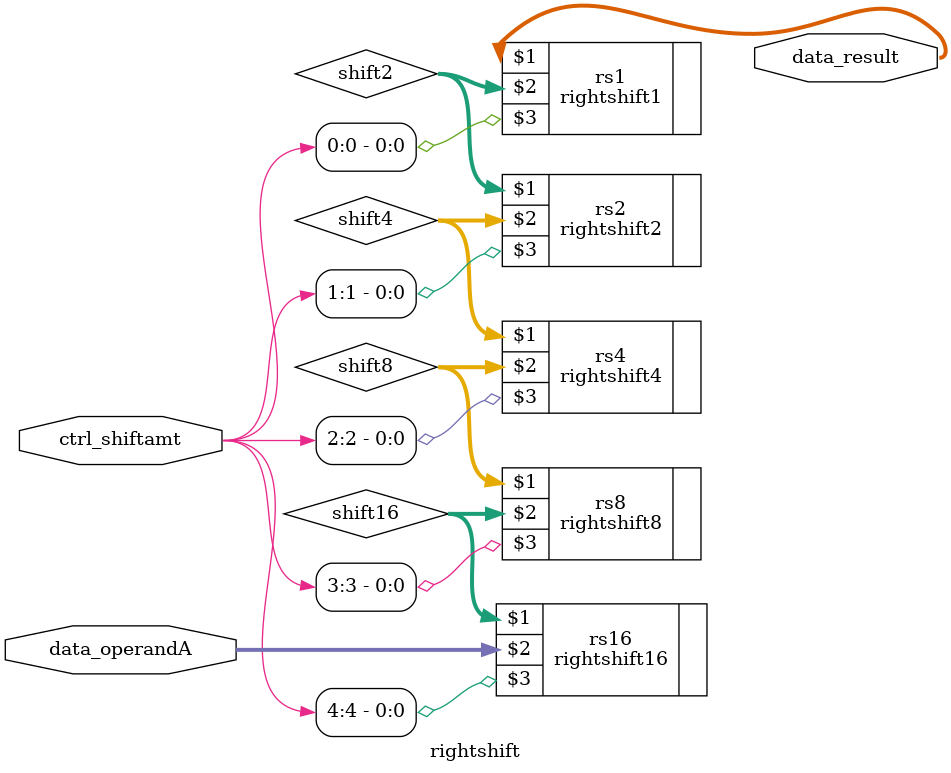
<source format=v>
module rightshift(data_result, data_operandA, ctrl_shiftamt);
    input [31:0] data_operandA;
    input [4:0] ctrl_shiftamt;

    output [31:0] data_result;

    wire [31:0] shift16, shift8, shift4, shift2;

    rightshift16 rs16(shift16, data_operandA, ctrl_shiftamt[4]);
    
    rightshift8 rs8(shift8, shift16, ctrl_shiftamt[3]);

    rightshift4 rs4(shift4, shift8, ctrl_shiftamt[2]);

    rightshift2 rs2(shift2, shift4, ctrl_shiftamt[1]);

    rightshift1 rs1(data_result, shift2, ctrl_shiftamt[0]);
    
endmodule
</source>
